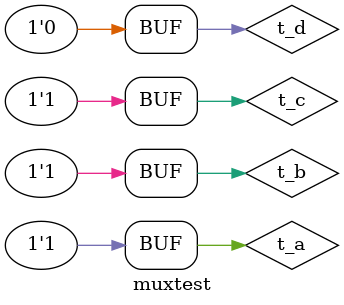
<source format=v>
module muxtest;
wire t_y;
reg t_a, t_b, t_c, t_d;
mux multiplexer(.a(t_a), .b(t_b), .c(t_c), .d(t_d), .y(t_y));
	initial begin
	$monitor(t_a, t_b, t_c, t_d, t_y);

	t_a = 1'b0;
	t_b = 1'b0;
	t_c = 1'b0;
	t_d = 1'b0;

	#5
	t_a = 1'b0;
	t_b = 1'b0;
	t_c = 1'b0;
	t_d = 1'b1;

	#5
	t_a = 1'b0;
	t_b = 1'b0;
	t_c = 1'b1;
	t_d = 1'b0;

	#5
	t_a = 1'b0;
	t_b = 1'b0;
	t_c = 1'b1;
	t_d = 1'b1;

	#5
	t_a = 1'b0;
	t_b = 1'b1;
	t_c = 1'b0;
	t_d = 1'b0;

	#5
	t_a = 1'b0;
	t_b = 1'b1;
	t_c = 1'b0;
	t_d = 1'b1;

	#5
	t_a = 1'b0;
	t_b = 1'b1;
	t_c = 1'b1;
	t_d = 1'b1;

	#5
	t_a = 1'b0;
	t_b = 1'b1;
	t_c = 1'b1;
	t_d = 1'b0;

	t_a = 1'b1;
	t_b = 1'b0;
	t_c = 1'b0;
	t_d = 1'b0;

	#5
	t_a = 1'b1;
	t_b = 1'b0;
	t_c = 1'b0;
	t_d = 1'b1;

	#5
	t_a = 1'b1;
	t_b = 1'b0;
	t_c = 1'b1;
	t_d = 1'b0;

	#5
	t_a = 1'b1;
	t_b = 1'b0;
	t_c = 1'b1;
	t_d = 1'b1;

	#5
	t_a = 1'b1;
	t_b = 1'b1;
	t_c = 1'b0;
	t_d = 1'b0;

	#5
	t_a = 1'b1;
	t_b = 1'b1;
	t_c = 1'b0;
	t_d = 1'b1;

	#5
	t_a = 1'b1;
	t_b = 1'b1;
	t_c = 1'b1;
	t_d = 1'b1;

	#5
	t_a = 1'b1;
	t_b = 1'b1;
	t_c = 1'b1;
	t_d = 1'b0;
	end
endmodule
</source>
